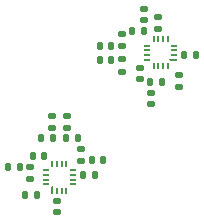
<source format=gbr>
%TF.GenerationSoftware,KiCad,Pcbnew,9.0.2*%
%TF.CreationDate,2025-05-21T10:17:49+02:00*%
%TF.ProjectId,Card_Adapter_Flex_AddOn_2Layers.kicad_pro,43617264-5f41-4646-9170-7465725f466c,0*%
%TF.SameCoordinates,Original*%
%TF.FileFunction,Soldermask,Top*%
%TF.FilePolarity,Negative*%
%FSLAX46Y46*%
G04 Gerber Fmt 4.6, Leading zero omitted, Abs format (unit mm)*
G04 Created by KiCad (PCBNEW 9.0.2) date 2025-05-21 10:17:49*
%MOMM*%
%LPD*%
G01*
G04 APERTURE LIST*
G04 Aperture macros list*
%AMRoundRect*
0 Rectangle with rounded corners*
0 $1 Rounding radius*
0 $2 $3 $4 $5 $6 $7 $8 $9 X,Y pos of 4 corners*
0 Add a 4 corners polygon primitive as box body*
4,1,4,$2,$3,$4,$5,$6,$7,$8,$9,$2,$3,0*
0 Add four circle primitives for the rounded corners*
1,1,$1+$1,$2,$3*
1,1,$1+$1,$4,$5*
1,1,$1+$1,$6,$7*
1,1,$1+$1,$8,$9*
0 Add four rect primitives between the rounded corners*
20,1,$1+$1,$2,$3,$4,$5,0*
20,1,$1+$1,$4,$5,$6,$7,0*
20,1,$1+$1,$6,$7,$8,$9,0*
20,1,$1+$1,$8,$9,$2,$3,0*%
%AMOutline5P*
0 Free polygon, 5 corners , with rotation*
0 The origin of the aperture is its center*
0 number of corners: always 5*
0 $1 to $10 corner X, Y*
0 $11 Rotation angle, in degrees counterclockwise*
0 create outline with 5 corners*
4,1,5,$1,$2,$3,$4,$5,$6,$7,$8,$9,$10,$1,$2,$11*%
%AMOutline6P*
0 Free polygon, 6 corners , with rotation*
0 The origin of the aperture is its center*
0 number of corners: always 6*
0 $1 to $12 corner X, Y*
0 $13 Rotation angle, in degrees counterclockwise*
0 create outline with 6 corners*
4,1,6,$1,$2,$3,$4,$5,$6,$7,$8,$9,$10,$11,$12,$1,$2,$13*%
%AMOutline7P*
0 Free polygon, 7 corners , with rotation*
0 The origin of the aperture is its center*
0 number of corners: always 7*
0 $1 to $14 corner X, Y*
0 $15 Rotation angle, in degrees counterclockwise*
0 create outline with 7 corners*
4,1,7,$1,$2,$3,$4,$5,$6,$7,$8,$9,$10,$11,$12,$13,$14,$1,$2,$15*%
%AMOutline8P*
0 Free polygon, 8 corners , with rotation*
0 The origin of the aperture is its center*
0 number of corners: always 8*
0 $1 to $16 corner X, Y*
0 $17 Rotation angle, in degrees counterclockwise*
0 create outline with 8 corners*
4,1,8,$1,$2,$3,$4,$5,$6,$7,$8,$9,$10,$11,$12,$13,$14,$15,$16,$1,$2,$17*%
G04 Aperture macros list end*
%ADD10RoundRect,0.140000X-0.170000X0.140000X-0.170000X-0.140000X0.170000X-0.140000X0.170000X0.140000X0*%
%ADD11RoundRect,0.140000X0.140000X0.170000X-0.140000X0.170000X-0.140000X-0.170000X0.140000X-0.170000X0*%
%ADD12RoundRect,0.135000X-0.135000X-0.185000X0.135000X-0.185000X0.135000X0.185000X-0.135000X0.185000X0*%
%ADD13RoundRect,0.140000X-0.140000X-0.170000X0.140000X-0.170000X0.140000X0.170000X-0.140000X0.170000X0*%
%ADD14RoundRect,0.140000X0.170000X-0.140000X0.170000X0.140000X-0.170000X0.140000X-0.170000X-0.140000X0*%
%ADD15RoundRect,0.135000X0.135000X0.185000X-0.135000X0.185000X-0.135000X-0.185000X0.135000X-0.185000X0*%
%ADD16Outline5P,-0.100000X0.325000X0.100000X0.325000X0.100000X-0.225000X0.000000X-0.325000X-0.100000X-0.325000X180.000000*%
%ADD17R,0.200000X0.550000*%
%ADD18R,0.550000X0.200000*%
%ADD19RoundRect,0.135000X0.185000X-0.135000X0.185000X0.135000X-0.185000X0.135000X-0.185000X-0.135000X0*%
%ADD20Outline5P,-0.100000X0.325000X0.100000X0.325000X0.100000X-0.225000X0.000000X-0.325000X-0.100000X-0.325000X270.000000*%
%ADD21RoundRect,0.135000X-0.185000X0.135000X-0.185000X-0.135000X0.185000X-0.135000X0.185000X0.135000X0*%
G04 APERTURE END LIST*
D10*
%TO.C,C19*%
X78735000Y-63930000D03*
X78735000Y-64890000D03*
%TD*%
D11*
%TO.C,C17*%
X82335000Y-68880000D03*
X81375000Y-68880000D03*
%TD*%
D12*
%TO.C,R12*%
X76430000Y-70595000D03*
X77450000Y-70595000D03*
%TD*%
D13*
%TO.C,C15*%
X77115000Y-67320000D03*
X78075000Y-67320000D03*
%TD*%
D14*
%TO.C,C11*%
X87080000Y-62870000D03*
X87080000Y-61910000D03*
%TD*%
D15*
%TO.C,R14*%
X80935000Y-65780000D03*
X79915000Y-65780000D03*
%TD*%
D14*
%TO.C,C1*%
X86160000Y-60770000D03*
X86160000Y-59810000D03*
%TD*%
D10*
%TO.C,C14*%
X86480000Y-54810000D03*
X86480000Y-55770000D03*
%TD*%
D13*
%TO.C,C18*%
X75015000Y-68240000D03*
X75975000Y-68240000D03*
%TD*%
%TO.C,C12*%
X82770000Y-59150000D03*
X83730000Y-59150000D03*
%TD*%
D16*
%TO.C,U3*%
X78745000Y-70155000D03*
D17*
X79145000Y-70205000D03*
X79545000Y-70205000D03*
X79945000Y-70205000D03*
D18*
X80470000Y-69680000D03*
X80470000Y-69280000D03*
X80470000Y-68880000D03*
X80470000Y-68480000D03*
D17*
X79945000Y-67955000D03*
X79545000Y-67955000D03*
X79145000Y-67955000D03*
X78745000Y-67955000D03*
D18*
X78220000Y-68480000D03*
X78220000Y-68880000D03*
X78220000Y-69280000D03*
X78220000Y-69680000D03*
%TD*%
D11*
%TO.C,C2*%
X90900000Y-58740000D03*
X89940000Y-58740000D03*
%TD*%
D19*
%TO.C,R3*%
X84630000Y-60130000D03*
X84630000Y-59110000D03*
%TD*%
D20*
%TO.C,U1*%
X88995000Y-59140000D03*
D18*
X89045000Y-58740000D03*
X89045000Y-58340000D03*
X89045000Y-57940000D03*
D17*
X88520000Y-57415000D03*
X88120000Y-57415000D03*
X87720000Y-57415000D03*
X87320000Y-57415000D03*
D18*
X86795000Y-57940000D03*
X86795000Y-58340000D03*
X86795000Y-58740000D03*
X86795000Y-59140000D03*
D17*
X87320000Y-59665000D03*
X87720000Y-59665000D03*
X88120000Y-59665000D03*
X88520000Y-59665000D03*
%TD*%
D15*
%TO.C,R4*%
X88060000Y-61010000D03*
X87040000Y-61010000D03*
%TD*%
D12*
%TO.C,R1*%
X85500000Y-56670000D03*
X86520000Y-56670000D03*
%TD*%
D14*
%TO.C,C16*%
X79145000Y-72060000D03*
X79145000Y-71100000D03*
%TD*%
D21*
%TO.C,R2*%
X84620000Y-56950000D03*
X84620000Y-57970000D03*
%TD*%
D13*
%TO.C,C13*%
X82750000Y-57930000D03*
X83710000Y-57930000D03*
%TD*%
D10*
%TO.C,C3*%
X87720000Y-55550000D03*
X87720000Y-56510000D03*
%TD*%
D19*
%TO.C,R11*%
X89470000Y-61470000D03*
X89470000Y-60450000D03*
%TD*%
%TO.C,R16*%
X76875000Y-69220000D03*
X76875000Y-68200000D03*
%TD*%
D11*
%TO.C,C21*%
X83075000Y-67640000D03*
X82115000Y-67640000D03*
%TD*%
D21*
%TO.C,R13*%
X81215000Y-66660000D03*
X81215000Y-67680000D03*
%TD*%
D12*
%TO.C,R15*%
X77755000Y-65790000D03*
X78775000Y-65790000D03*
%TD*%
D10*
%TO.C,C20*%
X79955000Y-63910000D03*
X79955000Y-64870000D03*
%TD*%
M02*

</source>
